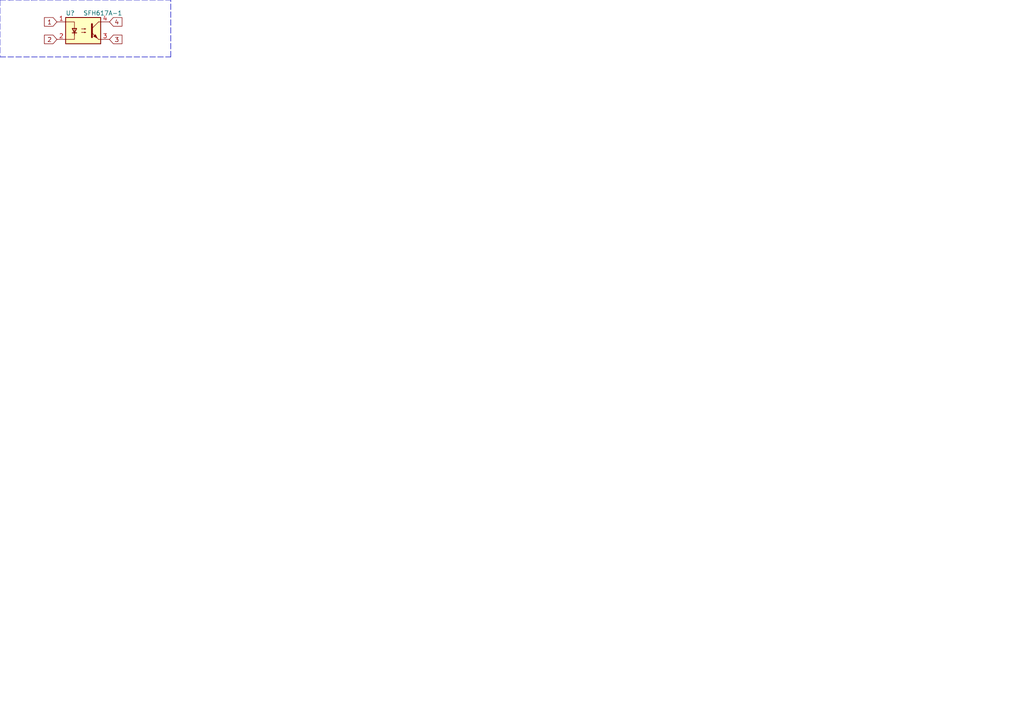
<source format=kicad_sch>
(kicad_sch (version 20201015) (generator eeschema)
  (paper "A4")
  (lib_symbols
    (symbol "Isolator:SFH617A-1" (pin_names (offset 1.016))
      (property "Reference" "U" (at -5.08 5.08 0))
      (property "Value" "SFH617A-1" (at 0 5.08 0))
      (symbol "SFH617A-1_0_1"
        (rectangle (start -5.08 3.81) (end 5.08 -3.81) (stroke (width 0.254)) (fill (type background)))
        (polyline (pts (xy -3.175 -0.635) (xy -1.905 -0.635)) (stroke (width 0.254)))
        (polyline (pts (xy 2.54 0.635) (xy 4.445 2.54)))
        (polyline (pts (xy 4.445 -2.54) (xy 2.54 -0.635)) (fill (type outline)))
        (polyline (pts (xy 4.445 -2.54) (xy 5.08 -2.54)))
        (polyline (pts (xy 4.445 2.54) (xy 5.08 2.54)))
        (polyline (pts (xy -2.54 -0.635) (xy -2.54 -2.54) (xy -5.08 -2.54)))
        (polyline (pts (xy 2.54 1.905) (xy 2.54 -1.905) (xy 2.54 -1.905)) (stroke (width 0.508)))
        (polyline (pts (xy -5.08 2.54) (xy -2.54 2.54) (xy -2.54 -1.27) (xy -2.54 0.635)))
        (polyline (pts (xy -2.54 -0.635) (xy -3.175 0.635) (xy -1.905 0.635) (xy -2.54 -0.635)) (stroke (width 0.254)))
        (polyline (pts (xy -0.508 -0.508) (xy 0.762 -0.508) (xy 0.381 -0.635) (xy 0.381 -0.381) (xy 0.762 -0.508)))
        (polyline (pts (xy -0.508 0.508) (xy 0.762 0.508) (xy 0.381 0.381) (xy 0.381 0.635) (xy 0.762 0.508)))
        (polyline (pts (xy 3.048 -1.651) (xy 3.556 -1.143) (xy 4.064 -2.159) (xy 3.048 -1.651) (xy 3.048 -1.651)) (fill (type outline)))
      )
      (symbol "SFH617A-1_1_1"
        (pin passive line (at -7.62 2.54 0) (length 2.54) (name "~") (number "1"))
        (pin passive line (at -7.62 -2.54 0) (length 2.54) (name "~") (number "2"))
        (pin passive line (at 7.62 -2.54 180) (length 2.54) (name "~") (number "3"))
        (pin passive line (at 7.62 2.54 180) (length 2.54) (name "~") (number "4"))
      )
    )
  )
  (polyline (pts (xy 0 0) (xy 0 16.51)) (stroke (width 0) (type dash)))
  (polyline (pts (xy 0 0) (xy 49.53 0)) (stroke (width 0) (type dash)))
  (polyline (pts (xy 0 16.51) (xy 49.53 16.51)) (stroke (width 0) (type dash)))
  (polyline (pts (xy 49.53 16.51) (xy 49.53 0)) (stroke (width 0) (type dash)))
  (text "D .*\nF .*\nV (EL|PC)\\d+" (at 0 0 0) (effects (font (size 1.27 1.27)) (justify left bottom)))
  (global_label "1" (shape input) (at 16.51 6.35 180) (property "Intersheet References" "${INTERSHEET_REFS}" (effects hide)))
  (global_label "2" (shape input) (at 16.51 11.43 180) (property "Intersheet References" "${INTERSHEET_REFS}" (effects hide)))
  (global_label "4" (shape input) (at 31.75 6.35 0) (property "Intersheet References" "${INTERSHEET_REFS}" (effects hide)))
  (global_label "3" (shape input) (at 31.75 11.43 0) (property "Intersheet References" "${INTERSHEET_REFS}" (effects hide)))
  (symbol (lib_id "Isolator:SFH617A-1") (at 24.13 8.89 0) (unit 1)
    (property "Reference" "U?" (at 19.05 3.81 0) (effects (justify left)))
    (property "Value" "SFH617A-1" (at 24.13 3.81 0) (effects (justify left)))
    (property "Footprint" "Package_DIP:DIP-4_W7.62mm" (effects hide))
    (property "Datasheet" "http://www.vishay.com/docs/83740/sfh617a.pdf" (effects hide))
  )
)
</source>
